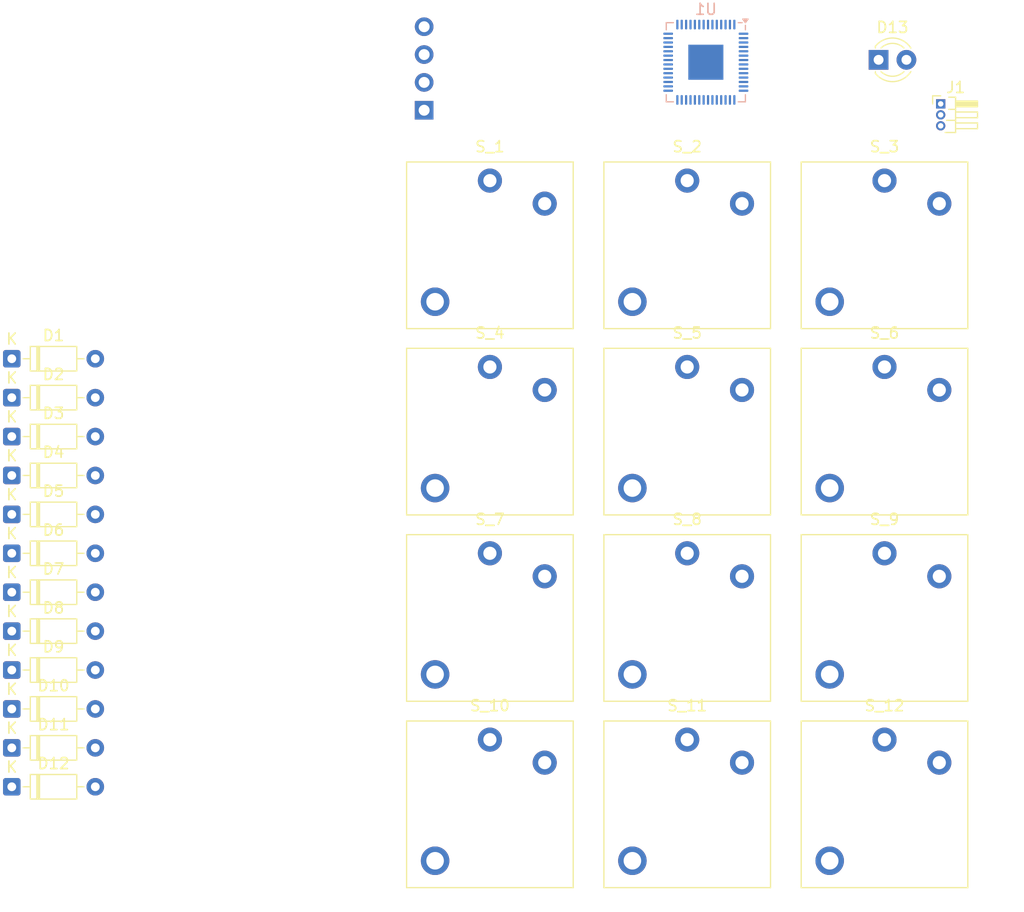
<source format=kicad_pcb>
(kicad_pcb (version 20241229) (generator "pcbnew") (generator_version "9.0")
  (layers (0 "F.Cu" signal) (2 "B.Cu" signal) (13 "F.Paste" user) (15 "B.Paste" user) (5 "F.SilkS" user "F.Silkscreen") (7 "B.SilkS" user "B.Silkscreen") (1 "F.Mask" user) (3 "B.Mask" user) (25 "Edge.Cuts" user))
  (net 0 "")
  (net 1 "Net-(D1-A)")
  (net 2 "GND")
  (net 3 "Row 0")
  (net 4 "Net-(D2-A)")
  (net 5 "Net-(D3-A)")
  (net 6 "Row 1")
  (net 7 "Net-(D4-A)")
  (net 8 "Net-(D5-A)")
  (net 9 "Row 2")
  (net 10 "Net-(D7-A)")
  (net 11 "Net-(D8-A)")
  (net 12 "Net-(D9-A)")
  (net 13 "Net-(D10-A)")
  (net 17 "Col 1")
  (net 18 "Col 2")
  (net 19 "Col 0")
  (net 20 "Net-(D6-A)")
  (net 21 "Net-(D11-A)")
  (net 22 "Row 3")
  (net 23 "Net-(D12-A)")
  (net 40 "USB_D+")
  (net 41 "USB_D-")
  (net 42 "Net-(U1-IOVDD-Pad1)")
  (net 44 "Net-(U1-DVDD-Pad23)")
  (footprint "Diode_THT:D_DO-35_SOD27_P7.62mm_Horizontal" (layer "F.Cu") (at 118.38 81.45)
    (property "Reference" "D5" (at 3.81 -2.12 0) (layer "F.SilkS"))
    (property "Value" "Diode")
    (fp_line (start 1.04 0) (end 1.69 0) (stroke (width 0.12)) (layer "F.SilkS"))
    (fp_line (start 2.29 -1.12) (end 2.29 1.12) (stroke (width 0.12)) (layer "F.SilkS"))
    (fp_line (start 2.41 -1.12) (end 2.41 1.12) (stroke (width 0.12)) (layer "F.SilkS"))
    (fp_line (start 2.53 -1.12) (end 2.53 1.12) (stroke (width 0.12)) (layer "F.SilkS"))
    (fp_line (start 6.58 0) (end 5.93 0) (stroke (width 0.12)) (layer "F.SilkS"))
    (fp_rect (start 1.69 -1.12) (end 5.93 1.12) (stroke (width 0.12)) (fill no) (layer "F.SilkS"))
    (fp_text user "K" (at 0 -1.8 0) (layer "F.SilkS"))
    (pad "1" thru_hole roundrect (at 0 0) (size 1.6 1.6) (drill 0.8) (layers "*.Cu" "*.Mask") (roundrect_rratio 0.15625) (net 6 "Row 1"))
    (pad "2" thru_hole circle (at 7.62 0) (size 1.6 1.6) (drill 0.8) (layers "*.Cu" "*.Mask") (net 8 "Net-(D5-A)"))
  )
  (footprint "ScottoKeebs_Choc:Choc_V2_1.00u" (layer "F.Cu") (at 162 107.9)
    (property "Reference" "S_10" (at 0 -9 0) (layer "F.SilkS"))
    (property "Value" "Keyswitch")
    (fp_line (start -7.6 -7.6) (end -7.6 7.6) (stroke (width 0.12)) (layer "F.SilkS"))
    (fp_line (start -7.6 7.6) (end 7.6 7.6) (stroke (width 0.12)) (layer "F.SilkS"))
    (fp_line (start 7.6 -7.6) (end -7.6 -7.6) (stroke (width 0.12)) (layer "F.SilkS"))
    (fp_line (start 7.6 7.6) (end 7.6 -7.6) (stroke (width 0.12)) (layer "F.SilkS"))
    (pad "" thru_hole circle (at -5 5.15) (size 2.6 2.6) (drill 1.6) (layers "*.Cu" "*.Mask"))
    (pad "" np_thru_hole circle (at 0 0) (size 5.05 5.05) (drill 5.05) (layers "*.Cu" "*.Mask"))
    (pad "1" thru_hole circle (at 0 -5.9) (size 2.2 2.2) (drill 1.2) (layers "*.Cu" "*.Mask") (net 19 "Col 0"))
    (pad "2" thru_hole circle (at 5 -3.8) (size 2.2 2.2) (drill 1.2) (layers "*.Cu" "*.Mask") (net 13 "Net-(D10-A)"))
  )
  (footprint "ScottoKeebs_Choc:Choc_V2_1.00u" (layer "F.Cu") (at 162 56.9)
    (property "Reference" "S_1" (at 0 -9 0) (layer "F.SilkS"))
    (property "Value" "Keyswitch")
    (fp_line (start -7.6 -7.6) (end -7.6 7.6) (stroke (width 0.12)) (layer "F.SilkS"))
    (fp_line (start -7.6 7.6) (end 7.6 7.6) (stroke (width 0.12)) (layer "F.SilkS"))
    (fp_line (start 7.6 -7.6) (end -7.6 -7.6) (stroke (width 0.12)) (layer "F.SilkS"))
    (fp_line (start 7.6 7.6) (end 7.6 -7.6) (stroke (width 0.12)) (layer "F.SilkS"))
    (pad "" thru_hole circle (at -5 5.15) (size 2.6 2.6) (drill 1.6) (layers "*.Cu" "*.Mask"))
    (pad "" np_thru_hole circle (at 0 0) (size 5.05 5.05) (drill 5.05) (layers "*.Cu" "*.Mask"))
    (pad "1" thru_hole circle (at 0 -5.9) (size 2.2 2.2) (drill 1.2) (layers "*.Cu" "*.Mask") (net 19 "Col 0"))
    (pad "2" thru_hole circle (at 5 -3.8) (size 2.2 2.2) (drill 1.2) (layers "*.Cu" "*.Mask") (net 1 "Net-(D1-A)"))
  )
  (footprint "Diode_THT:D_DO-35_SOD27_P7.62mm_Horizontal" (layer "F.Cu") (at 118.38 88.55)
    (property "Reference" "D7" (at 3.81 -2.12 0) (layer "F.SilkS"))
    (property "Value" "Diode")
    (fp_line (start 1.04 0) (end 1.69 0) (stroke (width 0.12)) (layer "F.SilkS"))
    (fp_line (start 2.29 -1.12) (end 2.29 1.12) (stroke (width 0.12)) (layer "F.SilkS"))
    (fp_line (start 2.41 -1.12) (end 2.41 1.12) (stroke (width 0.12)) (layer "F.SilkS"))
    (fp_line (start 2.53 -1.12) (end 2.53 1.12) (stroke (width 0.12)) (layer "F.SilkS"))
    (fp_line (start 6.58 0) (end 5.93 0) (stroke (width 0.12)) (layer "F.SilkS"))
    (fp_rect (start 1.69 -1.12) (end 5.93 1.12) (stroke (width 0.12)) (fill no) (layer "F.SilkS"))
    (fp_text user "K" (at 0 -1.8 0) (layer "F.SilkS"))
    (pad "1" thru_hole roundrect (at 0 0) (size 1.6 1.6) (drill 0.8) (layers "*.Cu" "*.Mask") (roundrect_rratio 0.15625) (net 9 "Row 2"))
    (pad "2" thru_hole circle (at 7.62 0) (size 1.6 1.6) (drill 0.8) (layers "*.Cu" "*.Mask") (net 10 "Net-(D7-A)"))
  )
  (footprint "ScottoKeebs_Components:OLED_128x32" (layer "F.Cu") (at 154.4 34.78)
    (property "Reference" "J3" (hide yes))
    (property "Value" "OLED_128x32")
    (pad "1" thru_hole rect (at 1.6 9.8 180) (size 1.7 1.7) (drill 1) (layers "*.Cu" "*.Mask"))
    (pad "2" thru_hole oval (at 1.6 7.26 180) (size 1.7 1.7) (drill 1) (layers "*.Cu" "*.Mask"))
    (pad "3" thru_hole oval (at 1.6 4.72 180) (size 1.7 1.7) (drill 1) (layers "*.Cu" "*.Mask"))
    (pad "4" thru_hole oval (at 1.6 2.18 180) (size 1.7 1.7) (drill 1) (layers "*.Cu" "*.Mask"))
  )
  (footprint "ScottoKeebs_Choc:Choc_V2_1.00u" (layer "F.Cu") (at 162 73.9)
    (property "Reference" "S_4" (at 0 -9 0) (layer "F.SilkS"))
    (property "Value" "Keyswitch")
    (fp_line (start -7.6 -7.6) (end -7.6 7.6) (stroke (width 0.12)) (layer "F.SilkS"))
    (fp_line (start -7.6 7.6) (end 7.6 7.6) (stroke (width 0.12)) (layer "F.SilkS"))
    (fp_line (start 7.6 -7.6) (end -7.6 -7.6) (stroke (width 0.12)) (layer "F.SilkS"))
    (fp_line (start 7.6 7.6) (end 7.6 -7.6) (stroke (width 0.12)) (layer "F.SilkS"))
    (pad "" thru_hole circle (at -5 5.15) (size 2.6 2.6) (drill 1.6) (layers "*.Cu" "*.Mask"))
    (pad "" np_thru_hole circle (at 0 0) (size 5.05 5.05) (drill 5.05) (layers "*.Cu" "*.Mask"))
    (pad "1" thru_hole circle (at 0 -5.9) (size 2.2 2.2) (drill 1.2) (layers "*.Cu" "*.Mask") (net 19 "Col 0"))
    (pad "2" thru_hole circle (at 5 -3.8) (size 2.2 2.2) (drill 1.2) (layers "*.Cu" "*.Mask") (net 7 "Net-(D4-A)"))
  )
  (footprint "ScottoKeebs_Choc:Choc_V2_1.00u" (layer "F.Cu") (at 180 73.9)
    (property "Reference" "S_5" (at 0 -9 0) (layer "F.SilkS"))
    (property "Value" "Keyswitch")
    (fp_line (start -7.6 -7.6) (end -7.6 7.6) (stroke (width 0.12)) (layer "F.SilkS"))
    (fp_line (start -7.6 7.6) (end 7.6 7.6) (stroke (width 0.12)) (layer "F.SilkS"))
    (fp_line (start 7.6 -7.6) (end -7.6 -7.6) (stroke (width 0.12)) (layer "F.SilkS"))
    (fp_line (start 7.6 7.6) (end 7.6 -7.6) (stroke (width 0.12)) (layer "F.SilkS"))
    (pad "" thru_hole circle (at -5 5.15) (size 2.6 2.6) (drill 1.6) (layers "*.Cu" "*.Mask"))
    (pad "" np_thru_hole circle (at 0 0) (size 5.05 5.05) (drill 5.05) (layers "*.Cu" "*.Mask"))
    (pad "1" thru_hole circle (at 0 -5.9) (size 2.2 2.2) (drill 1.2) (layers "*.Cu" "*.Mask") (net 17 "Col 1"))
    (pad "2" thru_hole circle (at 5 -3.8) (size 2.2 2.2) (drill 1.2) (layers "*.Cu" "*.Mask") (net 8 "Net-(D5-A)"))
  )
  (footprint "ScottoKeebs_Choc:Choc_V2_1.00u" (layer "F.Cu") (at 198 56.9)
    (property "Reference" "S_3" (at 0 -9 0) (layer "F.SilkS"))
    (property "Value" "Keyswitch")
    (fp_line (start -7.6 -7.6) (end -7.6 7.6) (stroke (width 0.12)) (layer "F.SilkS"))
    (fp_line (start -7.6 7.6) (end 7.6 7.6) (stroke (width 0.12)) (layer "F.SilkS"))
    (fp_line (start 7.6 -7.6) (end -7.6 -7.6) (stroke (width 0.12)) (layer "F.SilkS"))
    (fp_line (start 7.6 7.6) (end 7.6 -7.6) (stroke (width 0.12)) (layer "F.SilkS"))
    (pad "" thru_hole circle (at -5 5.15) (size 2.6 2.6) (drill 1.6) (layers "*.Cu" "*.Mask"))
    (pad "" np_thru_hole circle (at 0 0) (size 5.05 5.05) (drill 5.05) (layers "*.Cu" "*.Mask"))
    (pad "1" thru_hole circle (at 0 -5.9) (size 2.2 2.2) (drill 1.2) (layers "*.Cu" "*.Mask") (net 18 "Col 2"))
    (pad "2" thru_hole circle (at 5 -3.8) (size 2.2 2.2) (drill 1.2) (layers "*.Cu" "*.Mask") (net 5 "Net-(D3-A)"))
  )
  (footprint "ScottoKeebs_Choc:Choc_V2_1.00u" (layer "F.Cu") (at 180 56.9)
    (property "Reference" "S_2" (at 0 -9 0) (layer "F.SilkS"))
    (property "Value" "Keyswitch")
    (fp_line (start -7.6 -7.6) (end -7.6 7.6) (stroke (width 0.12)) (layer "F.SilkS"))
    (fp_line (start -7.6 7.6) (end 7.6 7.6) (stroke (width 0.12)) (layer "F.SilkS"))
    (fp_line (start 7.6 -7.6) (end -7.6 -7.6) (stroke (width 0.12)) (layer "F.SilkS"))
    (fp_line (start 7.6 7.6) (end 7.6 -7.6) (stroke (width 0.12)) (layer "F.SilkS"))
    (pad "" thru_hole circle (at -5 5.15) (size 2.6 2.6) (drill 1.6) (layers "*.Cu" "*.Mask"))
    (pad "" np_thru_hole circle (at 0 0) (size 5.05 5.05) (drill 5.05) (layers "*.Cu" "*.Mask"))
    (pad "1" thru_hole circle (at 0 -5.9) (size 2.2 2.2) (drill 1.2) (layers "*.Cu" "*.Mask") (net 17 "Col 1"))
    (pad "2" thru_hole circle (at 5 -3.8) (size 2.2 2.2) (drill 1.2) (layers "*.Cu" "*.Mask") (net 4 "Net-(D2-A)"))
  )
  (footprint "ScottoKeebs_Choc:Choc_V2_1.00u" (layer "F.Cu") (at 198 73.9)
    (property "Reference" "S_6" (at 0 -9 0) (layer "F.SilkS"))
    (property "Value" "Keyswitch")
    (fp_line (start -7.6 -7.6) (end -7.6 7.6) (stroke (width 0.12)) (layer "F.SilkS"))
    (fp_line (start -7.6 7.6) (end 7.6 7.6) (stroke (width 0.12)) (layer "F.SilkS"))
    (fp_line (start 7.6 -7.6) (end -7.6 -7.6) (stroke (width 0.12)) (layer "F.SilkS"))
    (fp_line (start 7.6 7.6) (end 7.6 -7.6) (stroke (width 0.12)) (layer "F.SilkS"))
    (pad "" thru_hole circle (at -5 5.15) (size 2.6 2.6) (drill 1.6) (layers "*.Cu" "*.Mask"))
    (pad "" np_thru_hole circle (at 0 0) (size 5.05 5.05) (drill 5.05) (layers "*.Cu" "*.Mask"))
    (pad "1" thru_hole circle (at 0 -5.9) (size 2.2 2.2) (drill 1.2) (layers "*.Cu" "*.Mask") (net 18 "Col 2"))
    (pad "2" thru_hole circle (at 5 -3.8) (size 2.2 2.2) (drill 1.2) (layers "*.Cu" "*.Mask") (net 20 "Net-(D6-A)"))
  )
  (footprint "ScottoKeebs_Choc:Choc_V2_1.00u" (layer "F.Cu") (at 180 90.9)
    (property "Reference" "S_8" (at 0 -9 0) (layer "F.SilkS"))
    (property "Value" "Keyswitch")
    (fp_line (start -7.6 -7.6) (end -7.6 7.6) (stroke (width 0.12)) (layer "F.SilkS"))
    (fp_line (start -7.6 7.6) (end 7.6 7.6) (stroke (width 0.12)) (layer "F.SilkS"))
    (fp_line (start 7.6 -7.6) (end -7.6 -7.6) (stroke (width 0.12)) (layer "F.SilkS"))
    (fp_line (start 7.6 7.6) (end 7.6 -7.6) (stroke (width 0.12)) (layer "F.SilkS"))
    (pad "" thru_hole circle (at -5 5.15) (size 2.6 2.6) (drill 1.6) (layers "*.Cu" "*.Mask"))
    (pad "" np_thru_hole circle (at 0 0) (size 5.05 5.05) (drill 5.05) (layers "*.Cu" "*.Mask"))
    (pad "1" thru_hole circle (at 0 -5.9) (size 2.2 2.2) (drill 1.2) (layers "*.Cu" "*.Mask") (net 17 "Col 1"))
    (pad "2" thru_hole circle (at 5 -3.8) (size 2.2 2.2) (drill 1.2) (layers "*.Cu" "*.Mask") (net 11 "Net-(D8-A)"))
  )
  (footprint "ScottoKeebs_Choc:Choc_V2_1.00u" (layer "F.Cu") (at 180 107.9)
    (property "Reference" "S_11" (at 0 -9 0) (layer "F.SilkS"))
    (property "Value" "Keyswitch")
    (fp_line (start -7.6 -7.6) (end -7.6 7.6) (stroke (width 0.12)) (layer "F.SilkS"))
    (fp_line (start -7.6 7.6) (end 7.6 7.6) (stroke (width 0.12)) (layer "F.SilkS"))
    (fp_line (start 7.6 -7.6) (end -7.6 -7.6) (stroke (width 0.12)) (layer "F.SilkS"))
    (fp_line (start 7.6 7.6) (end 7.6 -7.6) (stroke (width 0.12)) (layer "F.SilkS"))
    (pad "" thru_hole circle (at -5 5.15) (size 2.6 2.6) (drill 1.6) (layers "*.Cu" "*.Mask"))
    (pad "" np_thru_hole circle (at 0 0) (size 5.05 5.05) (drill 5.05) (layers "*.Cu" "*.Mask"))
    (pad "1" thru_hole circle (at 0 -5.9) (size 2.2 2.2) (drill 1.2) (layers "*.Cu" "*.Mask") (net 17 "Col 1"))
    (pad "2" thru_hole circle (at 5 -3.8) (size 2.2 2.2) (drill 1.2) (layers "*.Cu" "*.Mask") (net 21 "Net-(D11-A)"))
  )
  (footprint "Diode_THT:D_DO-35_SOD27_P7.62mm_Horizontal" (layer "F.Cu") (at 118.38 70.8)
    (property "Reference" "D2" (at 3.81 -2.12 0) (layer "F.SilkS"))
    (property "Value" "Diode")
    (fp_line (start 1.04 0) (end 1.69 0) (stroke (width 0.12)) (layer "F.SilkS"))
    (fp_line (start 2.29 -1.12) (end 2.29 1.12) (stroke (width 0.12)) (layer "F.SilkS"))
    (fp_line (start 2.41 -1.12) (end 2.41 1.12) (stroke (width 0.12)) (layer "F.SilkS"))
    (fp_line (start 2.53 -1.12) (end 2.53 1.12) (stroke (width 0.12)) (layer "F.SilkS"))
    (fp_line (start 6.58 0) (end 5.93 0) (stroke (width 0.12)) (layer "F.SilkS"))
    (fp_rect (start 1.69 -1.12) (end 5.93 1.12) (stroke (width 0.12)) (fill no) (layer "F.SilkS"))
    (fp_text user "K" (at 0 -1.8 0) (layer "F.SilkS"))
    (pad "1" thru_hole roundrect (at 0 0) (size 1.6 1.6) (drill 0.8) (layers "*.Cu" "*.Mask") (roundrect_rratio 0.15625) (net 3 "Row 0"))
    (pad "2" thru_hole circle (at 7.62 0) (size 1.6 1.6) (drill 0.8) (layers "*.Cu" "*.Mask") (net 4 "Net-(D2-A)"))
  )
  (footprint "LED_THT:LED_D3.0mm_IRBlack" (layer "F.Cu") (at 197.46 39.98)
    (property "Reference" "D13" (at 1.27 -2.96 0) (layer "F.SilkS"))
    (property "Value" "IR204A")
    (fp_line (start -0.29 -1.236) (end -0.29 -1.08) (stroke (width 0.12)) (layer "F.SilkS"))
    (fp_line (start -0.29 1.08) (end -0.29 1.236) (stroke (width 0.12)) (layer "F.SilkS"))
    (fp_arc (start -0.29 -1.235516) (mid 1.36566 -1.987699) (end 2.941437 -1.08) (stroke (width 0.12)) (layer "F.SilkS"))
    (fp_arc (start 0.229039 -1.08) (mid 1.27 -1.5) (end 2.310961 -1.08) (stroke (width 0.12)) (layer "F.SilkS"))
    (fp_arc (start 2.310961 1.08) (mid 1.27 1.5) (end 0.229039 1.08) (stroke (width 0.12)) (layer "F.SilkS"))
    (fp_arc (start 2.941437 1.08) (mid 1.36566 1.987699) (end -0.29 1.235516) (stroke (width 0.12)) (layer "F.SilkS"))
    (pad "1" thru_hole rect (at 0 0) (size 1.8 1.8) (drill 0.9) (layers "*.Cu" "*.Mask") (net 2 "GND"))
    (pad "2" thru_hole circle (at 2.54 0) (size 1.8 1.8) (drill 0.9) (layers "*.Cu" "*.Mask"))
  )
  (footprint "Diode_THT:D_DO-35_SOD27_P7.62mm_Horizontal" (layer "F.Cu") (at 118.38 67.25)
    (property "Reference" "D1" (at 3.81 -2.12 0) (layer "F.SilkS"))
    (property "Value" "Diode")
    (fp_line (start 1.04 0) (end 1.69 0) (stroke (width 0.12)) (layer "F.SilkS"))
    (fp_line (start 2.29 -1.12) (end 2.29 1.12) (stroke (width 0.12)) (layer "F.SilkS"))
    (fp_line (start 2.41 -1.12) (end 2.41 1.12) (stroke (width 0.12)) (layer "F.SilkS"))
    (fp_line (start 2.53 -1.12) (end 2.53 1.12) (stroke (width 0.12)) (layer "F.SilkS"))
    (fp_line (start 6.58 0) (end 5.93 0) (stroke (width 0.12)) (layer "F.SilkS"))
    (fp_rect (start 1.69 -1.12) (end 5.93 1.12) (stroke (width 0.12)) (fill no) (layer "F.SilkS"))
    (fp_text user "K" (at 0 -1.8 0) (layer "F.SilkS"))
    (pad "1" thru_hole roundrect (at 0 0) (size 1.6 1.6) (drill 0.8) (layers "*.Cu" "*.Mask") (roundrect_rratio 0.15625) (net 3 "Row 0"))
    (pad "2" thru_hole circle (at 7.62 0) (size 1.6 1.6) (drill 0.8) (layers "*.Cu" "*.Mask") (net 1 "Net-(D1-A)"))
  )
  (footprint "ScottoKeebs_Choc:Choc_V2_1.00u" (layer "F.Cu") (at 162 90.9)
    (property "Reference" "S_7" (at 0 -9 0) (layer "F.SilkS"))
    (property "Value" "Keyswitch")
    (fp_line (start -7.6 -7.6) (end -7.6 7.6) (stroke (width 0.12)) (layer "F.SilkS"))
    (fp_line (start -7.6 7.6) (end 7.6 7.6) (stroke (width 0.12)) (layer "F.SilkS"))
    (fp_line (start 7.6 -7.6) (end -7.6 -7.6) (stroke (width 0.12)) (layer "F.SilkS"))
    (fp_line (start 7.6 7.6) (end 7.6 -7.6) (stroke (width 0.12)) (layer "F.SilkS"))
    (pad "" thru_hole circle (at -5 5.15) (size 2.6 2.6) (drill 1.6) (layers "*.Cu" "*.Mask"))
    (pad "" np_thru_hole circle (at 0 0) (size 5.05 5.05) (drill 5.05) (layers "*.Cu" "*.Mask"))
    (pad "1" thru_hole circle (at 0 -5.9) (size 2.2 2.2) (drill 1.2) (layers "*.Cu" "*.Mask") (net 19 "Col 0"))
    (pad "2" thru_hole circle (at 5 -3.8) (size 2.2 2.2) (drill 1.2) (layers "*.Cu" "*.Mask") (net 10 "Net-(D7-A)"))
  )
  (footprint "Diode_THT:D_DO-35_SOD27_P7.62mm_Horizontal" (layer "F.Cu") (at 118.38 92.1)
    (property "Reference" "D8" (at 3.81 -2.12 0) (layer "F.SilkS"))
    (property "Value" "Diode")
    (fp_line (start 1.04 0) (end 1.69 0) (stroke (width 0.12)) (layer "F.SilkS"))
    (fp_line (start 2.29 -1.12) (end 2.29 1.12) (stroke (width 0.12)) (layer "F.SilkS"))
    (fp_line (start 2.41 -1.12) (end 2.41 1.12) (stroke (width 0.12)) (layer "F.SilkS"))
    (fp_line (start 2.53 -1.12) (end 2.53 1.12) (stroke (width 0.12)) (layer "F.SilkS"))
    (fp_line (start 6.58 0) (end 5.93 0) (stroke (width 0.12)) (layer "F.SilkS"))
    (fp_rect (start 1.69 -1.12) (end 5.93 1.12) (stroke (width 0.12)) (fill no) (layer "F.SilkS"))
    (fp_text user "K" (at 0 -1.8 0) (layer "F.SilkS"))
    (pad "1" thru_hole roundrect (at 0 0) (size 1.6 1.6) (drill 0.8) (layers "*.Cu" "*.Mask") (roundrect_rratio 0.15625) (net 9 "Row 2"))
    (pad "2" thru_hole circle (at 7.62 0) (size 1.6 1.6) (drill 0.8) (layers "*.Cu" "*.Mask") (net 11 "Net-(D8-A)"))
  )
  (footprint "ScottoKeebs_Choc:Choc_V2_1.00u" (layer "F.Cu") (at 198 107.9)
    (property "Reference" "S_12" (at 0 -9 0) (layer "F.SilkS"))
    (property "Value" "Keyswitch")
    (fp_line (start -7.6 -7.6) (end -7.6 7.6) (stroke (width 0.12)) (layer "F.SilkS"))
    (fp_line (start -7.6 7.6) (end 7.6 7.6) (stroke (width 0.12)) (layer "F.SilkS"))
    (fp_line (start 7.6 -7.6) (end -7.6 -7.6) (stroke (width 0.12)) (layer "F.SilkS"))
    (fp_line (start 7.6 7.6) (end 7.6 -7.6) (stroke (width 0.12)) (layer "F.SilkS"))
    (pad "" thru_hole circle (at -5 5.15) (size 2.6 2.6) (drill 1.6) (layers "*.Cu" "*.Mask"))
    (pad "" np_thru_hole circle (at 0 0) (size 5.05 5.05) (drill 5.05) (layers "*.Cu" "*.Mask"))
    (pad "1" thru_hole circle (at 0 -5.9) (size 2.2 2.2) (drill 1.2) (layers "*.Cu" "*.Mask") (net 18 "Col 2"))
    (pad "2" thru_hole circle (at 5 -3.8) (size 2.2 2.2) (drill 1.2) (layers "*.Cu" "*.Mask") (net 23 "Net-(D12-A)"))
  )
  (footprint "Connector_PinHeader_1.00mm:PinHeader_1x03_P1.00mm_Horizontal" (layer "F.Cu") (at 203.125 44)
    (property "Reference" "J1" (at 1.375 -1.5 0) (layer "F.SilkS"))
    (property "Value" "Conn_01x03_Pin")
    (fp_line (start -0.735 -0.735) (end 0 -0.735) (stroke (width 0.12)) (layer "F.SilkS"))
    (fp_line (start -0.735 0) (end -0.735 -0.735) (stroke (width 0.12)) (layer "F.SilkS"))
    (fp_line (start 0.538725 1.5) (end 1.36 1.5) (stroke (width 0.12)) (layer "F.SilkS"))
    (fp_line (start 0.735 -0.61) (end 1.36 -0.61) (stroke (width 0.12)) (layer "F.SilkS"))
    (fp_line (start 0.735 0.5) (end 1.36 0.5) (stroke (width 0.12)) (layer "F.SilkS"))
    (fp_line (start 1.36 -0.61) (end 1.36 2.61) (stroke (width 0.12)) (layer "F.SilkS"))
    (fp_line (start 1.36 0.74) (end 3.36 0.74) (stroke (width 0.12)) (layer "F.SilkS"))
    (fp_line (start 1.36 1.74) (end 3.36 1.74) (stroke (width 0.12)) (layer "F.SilkS"))
    (fp_line (start 1.36 2.61) (end 0.41003 2.61) (stroke (width 0.12)) (layer "F.SilkS"))
    (fp_line (start 3.36 0.74) (end 3.36 1.26) (stroke (width 0.12)) (layer "F.SilkS"))
    (fp_line (start 3.36 1.26) (end 1.36 1.26) (stroke (width 0.12)) (layer "F.SilkS"))
    (fp_line (start 3.36 1.74) (end 3.36 2.26) (stroke (width 0.12)) (layer "F.SilkS"))
    (fp_line (start 3.36 2.26) (end 1.36 2.26) (stroke (width 0.12)) (layer "F.SilkS"))
    (fp_rect (start 1.36 -0.26) (end 3.36 0.26) (stroke (width 0.12)) (fill yes) (layer "F.SilkS"))
    (pad "1" thru_hole rect (at 0 0) (size 0.85 0.85) (drill 0.5) (layers "*.Cu" "*.Mask"))
    (pad "2" thru_hole circle (at 0 1) (size 0.85 0.85) (drill 0.5) (layers "*.Cu" "*.Mask"))
    (pad "3" thru_hole circle (at 0 2) (size 0.85 0.85) (drill 0.5) (layers "*.Cu" "*.Mask"))
  )
  (footprint "ScottoKeebs_Choc:Choc_V2_1.00u" (layer "F.Cu") (at 198 90.9)
    (property "Reference" "S_9" (at 0 -9 0) (layer "F.SilkS"))
    (property "Value" "Keyswitch")
    (fp_line (start -7.6 -7.6) (end -7.6 7.6) (stroke (width 0.12)) (layer "F.SilkS"))
    (fp_line (start -7.6 7.6) (end 7.6 7.6) (stroke (width 0.12)) (layer "F.SilkS"))
    (fp_line (start 7.6 -7.6) (end -7.6 -7.6) (stroke (width 0.12)) (layer "F.SilkS"))
    (fp_line (start 7.6 7.6) (end 7.6 -7.6) (stroke (width 0.12)) (layer "F.SilkS"))
    (pad "" thru_hole circle (at -5 5.15) (size 2.6 2.6) (drill 1.6) (layers "*.Cu" "*.Mask"))
    (pad "" np_thru_hole circle (at 0 0) (size 5.05 5.05) (drill 5.05) (layers "*.Cu" "*.Mask"))
    (pad "1" thru_hole circle (at 0 -5.9) (size 2.2 2.2) (drill 1.2) (layers "*.Cu" "*.Mask") (net 18 "Col 2"))
    (pad "2" thru_hole circle (at 5 -3.8) (size 2.2 2.2) (drill 1.2) (layers "*.Cu" "*.Mask") (net 12 "Net-(D9-A)"))
  )
  (footprint "Diode_THT:D_DO-35_SOD27_P7.62mm_Horizontal" (layer "F.Cu") (at 118.38 102.75)
    (property "Reference" "D11" (at 3.81 -2.12 0) (layer "F.SilkS"))
    (property "Value" "Diode")
    (fp_line (start 1.04 0) (end 1.69 0) (stroke (width 0.12)) (layer "F.SilkS"))
    (fp_line (start 2.29 -1.12) (end 2.29 1.12) (stroke (width 0.12)) (layer "F.SilkS"))
    (fp_line (start 2.41 -1.12) (end 2.41 1.12) (stroke (width 0.12)) (layer "F.SilkS"))
    (fp_line (start 2.53 -1.12) (end 2.53 1.12) (stroke (width 0.12)) (layer "F.SilkS"))
    (fp_line (start 6.58 0) (end 5.93 0) (stroke (width 0.12)) (layer "F.SilkS"))
    (fp_rect (start 1.69 -1.12) (end 5.93 1.12) (stroke (width 0.12)) (fill no) (layer "F.SilkS"))
    (fp_text user "K" (at 0 -1.8 0) (layer "F.SilkS"))
    (pad "1" thru_hole roundrect (at 0 0) (size 1.6 1.6) (drill 0.8) (layers "*.Cu" "*.Mask") (roundrect_rratio 0.15625) (net 22 "Row 3"))
    (pad "2" thru_hole circle (at 7.62 0) (size 1.6 1.6) (drill 0.8) (layers "*.Cu" "*.Mask") (net 21 "Net-(D11-A)"))
  )
  (footprint "Diode_THT:D_DO-35_SOD27_P7.62mm_Horizontal" (layer "F.Cu") (at 118.38 95.65)
    (property "Reference" "D9" (at 3.81 -2.12 0) (layer "F.SilkS"))
    (property "Value" "Diode")
    (fp_line (start 1.04 0) (end 1.69 0) (stroke (width 0.12)) (layer "F.SilkS"))
    (fp_line (start 2.29 -1.12) (end 2.29 1.12) (stroke (width 0.12)) (layer "F.SilkS"))
    (fp_line (start 2.41 -1.12) (end 2.41 1.12) (stroke (width 0.12)) (layer "F.SilkS"))
    (fp_line (start 2.53 -1.12) (end 2.53 1.12) (stroke (width 0.12)) (layer "F.SilkS"))
    (fp_line (start 6.58 0) (end 5.93 0) (stroke (width 0.12)) (layer "F.SilkS"))
    (fp_rect (start 1.69 -1.12) (end 5.93 1.12) (stroke (width 0.12)) (fill no) (layer "F.SilkS"))
    (fp_text user "K" (at 0 -1.8 0) (layer "F.SilkS"))
    (pad "1" thru_hole roundrect (at 0 0) (size 1.6 1.6) (drill 0.8) (layers "*.Cu" "*.Mask") (roundrect_rratio 0.15625) (net 9 "Row 2"))
    (pad "2" thru_hole circle (at 7.62 0) (size 1.6 1.6) (drill 0.8) (layers "*.Cu" "*.Mask") (net 12 "Net-(D9-A)"))
  )
  (footprint "Diode_THT:D_DO-35_SOD27_P7.62mm_Horizontal" (layer "F.Cu") (at 118.38 85)
    (property "Reference" "D6" (at 3.81 -2.12 0) (layer "F.SilkS"))
    (property "Value" "Diode")
    (fp_line (start 1.04 0) (end 1.69 0) (stroke (width 0.12)) (layer "F.SilkS"))
    (fp_line (start 2.29 -1.12) (end 2.29 1.12) (stroke (width 0.12)) (layer "F.SilkS"))
    (fp_line (start 2.41 -1.12) (end 2.41 1.12) (stroke (width 0.12)) (layer "F.SilkS"))
    (fp_line (start 2.53 -1.12) (end 2.53 1.12) (stroke (width 0.12)) (layer "F.SilkS"))
    (fp_line (start 6.58 0) (end 5.93 0) (stroke (width 0.12)) (layer "F.SilkS"))
    (fp_rect (start 1.69 -1.12) (end 5.93 1.12) (stroke (width 0.12)) (fill no) (layer "F.SilkS"))
    (fp_text user "K" (at 0 -1.8 0) (layer "F.SilkS"))
    (pad "1" thru_hole roundrect (at 0 0) (size 1.6 1.6) (drill 0.8) (layers "*.Cu" "*.Mask") (roundrect_rratio 0.15625) (net 6 "Row 1"))
    (pad "2" thru_hole circle (at 7.62 0) (size 1.6 1.6) (drill 0.8) (layers "*.Cu" "*.Mask") (net 20 "Net-(D6-A)"))
  )
  (footprint "Diode_THT:D_DO-35_SOD27_P7.62mm_Horizontal" (layer "F.Cu") (at 118.38 77.9)
    (property "Reference" "D4" (at 3.81 -2.12 0) (layer "F.SilkS"))
    (property "Value" "Diode")
    (fp_line (start 1.04 0) (end 1.69 0) (stroke (width 0.12)) (layer "F.SilkS"))
    (fp_line (start 2.29 -1.12) (end 2.29 1.12) (stroke (width 0.12)) (layer "F.SilkS"))
    (fp_line (start 2.41 -1.12) (end 2.41 1.12) (stroke (width 0.12)) (layer "F.SilkS"))
    (fp_line (start 2.53 -1.12) (end 2.53 1.12) (stroke (width 0.12)) (layer "F.SilkS"))
    (fp_line (start 6.58 0) (end 5.93 0) (stroke (width 0.12)) (layer "F.SilkS"))
    (fp_rect (start 1.69 -1.12) (end 5.93 1.12) (stroke (width 0.12)) (fill no) (layer "F.SilkS"))
    (fp_text user "K" (at 0 -1.8 0) (layer "F.SilkS"))
    (pad "1" thru_hole roundrect (at 0 0) (size 1.6 1.6) (drill 0.8) (layers "*.Cu" "*.Mask") (roundrect_rratio 0.15625) (net 6 "Row 1"))
    (pad "2" thru_hole circle (at 7.62 0) (size 1.6 1.6) (drill 0.8) (layers "*.Cu" "*.Mask") (net 7 "Net-(D4-A)"))
  )
  (footprint "Diode_THT:D_DO-35_SOD27_P7.62mm_Horizontal" (layer "F.Cu") (at 118.38 106.3)
    (property "Reference" "D12" (at 3.81 -2.12 0) (layer "F.SilkS"))
    (property "Value" "Diode")
    (fp_line (start 1.04 0) (end 1.69 0) (stroke (width 0.12)) (layer "F.SilkS"))
    (fp_line (start 2.29 -1.12) (end 2.29 1.12) (stroke (width 0.12)) (layer "F.SilkS"))
    (fp_line (start 2.41 -1.12) (end 2.41 1.12) (stroke (width 0.12)) (layer "F.SilkS"))
    (fp_line (start 2.53 -1.12) (end 2.53 1.12) (stroke (width 0.12)) (layer "F.SilkS"))
    (fp_line (start 6.58 0) (end 5.93 0) (stroke (width 0.12)) (layer "F.SilkS"))
    (fp_rect (start 1.69 -1.12) (end 5.93 1.12) (stroke (width 0.12)) (fill no) (layer "F.SilkS"))
    (fp_text user "K" (at 0 -1.8 0) (layer "F.SilkS"))
    (pad "1" thru_hole roundrect (at 0 0) (size 1.6 1.6) (drill 0.8) (layers "*.Cu" "*.Mask") (roundrect_rratio 0.15625) (net 22 "Row 3"))
    (pad "2" thru_hole circle (at 7.62 0) (size 1.6 1.6) (drill 0.8) (layers "*.Cu" "*.Mask") (net 23 "Net-(D12-A)"))
  )
  (footprint "Diode_THT:D_DO-35_SOD27_P7.62mm_Horizontal" (layer "F.Cu") (at 118.38 74.35)
    (property "Reference" "D3" (at 3.81 -2.12 0) (layer "F.SilkS"))
    (property "Value" "Diode")
    (fp_line (start 1.04 0) (end 1.69 0) (stroke (width 0.12)) (layer "F.SilkS"))
    (fp_line (start 2.29 -1.12) (end 2.29 1.12) (stroke (width 0.12)) (layer "F.SilkS"))
    (fp_line (start 2.41 -1.12) (end 2.41 1.12) (stroke (width 0.12)) (layer "F.SilkS"))
    (fp_line (start 2.53 -1.12) (end 2.53 1.12) (stroke (width 0.12)) (layer "F.SilkS"))
    (fp_line (start 6.58 0) (end 5.93 0) (stroke (width 0.12)) (layer "F.SilkS"))
    (fp_rect (start 1.69 -1.12) (end 5.93 1.12) (stroke (width 0.12)) (fill no) (layer "F.SilkS"))
    (fp_text user "K" (at 0 -1.8 0) (layer "F.SilkS"))
    (pad "1" thru_hole roundrect (at 0 0) (size 1.6 1.6) (drill 0.8) (layers "*.Cu" "*.Mask") (roundrect_rratio 0.15625) (net 3 "Row 0"))
    (pad "2" thru_hole circle (at 7.62 0) (size 1.6 1.6) (drill 0.8) (layers "*.Cu" "*.Mask") (net 5 "Net-(D3-A)"))
  )
  (footprint "Diode_THT:D_DO-35_SOD27_P7.62mm_Horizontal" (layer "F.Cu") (at 118.38 99.2)
    (property "Reference" "D10" (at 3.81 -2.12 0) (layer "F.SilkS"))
    (property "Value" "Diode")
    (fp_line (start 1.04 0) (end 1.69 0) (stroke (width 0.12)) (layer "F.SilkS"))
    (fp_line (start 2.29 -1.12) (end 2.29 1.12) (stroke (width 0.12)) (layer "F.SilkS"))
    (fp_line (start 2.41 -1.12) (end 2.41 1.12) (stroke (width 0.12)) (layer "F.SilkS"))
    (fp_line (start 2.53 -1.12) (end 2.53 1.12) (stroke (width 0.12)) (layer "F.SilkS"))
    (fp_line (start 6.58 0) (end 5.93 0) (stroke (width 0.12)) (layer "F.SilkS"))
    (fp_rect (start 1.69 -1.12) (end 5.93 1.12) (stroke (width 0.12)) (fill no) (layer "F.SilkS"))
    (fp_text user "K" (at 0 -1.8 0) (layer "F.SilkS"))
    (pad "1" thru_hole roundrect (at 0 0) (size 1.6 1.6) (drill 0.8) (layers "*.Cu" "*.Mask") (roundrect_rratio 0.15625) (net 22 "Row 3"))
    (pad "2" thru_hole circle (at 7.62 0) (size 1.6 1.6) (drill 0.8) (layers "*.Cu" "*.Mask") (net 13 "Net-(D10-A)"))
  )
  (footprint "Package_DFN_QFN:QFN-56-1EP_7x7mm_P0.4mm_EP3.2x3.2mm" (layer "B.Cu") (at 181.7 40.2 180)
    (property "Reference" "U1" (at 0 4.83 0) (layer "B.SilkS") (effects (justify mirror)))
    (property "Value" "RP2040")
    (fp_line (start 3.61 3.61) (end 3.61 2.96) (stroke (width 0.12)) (layer "B.SilkS"))
    (fp_line (start 3.61 -3.61) (end 3.61 -2.96) (stroke (width 0.12)) (layer "B.SilkS"))
    (fp_line (start 2.96 3.61) (end 3.61 3.61) (stroke (width 0.12)) (layer "B.SilkS"))
    (fp_line (start 2.96 -3.61) (end 3.61 -3.61) (stroke (width 0.12)) (layer "B.SilkS"))
    (fp_line (start -2.96 3.61) (end -3.31 3.61) (stroke (width 0.12)) (layer "B.SilkS"))
    (fp_line (start -2.96 -3.61) (end -3.61 -3.61) (stroke (width 0.12)) (layer "B.SilkS"))
    (fp_line (start -3.61 2.96) (end -3.61 3.37) (stroke (width 0.12)) (layer "B.SilkS"))
    (fp_line (start -3.61 -3.61) (end -3.61 -2.96) (stroke (width 0.12)) (layer "B.SilkS"))
    (fp_poly (pts (xy -3.61 3.61) (xy -3.85 3.94) (xy -3.37 3.94)) (stroke (width 0.12)) (fill yes) (layer "B.SilkS"))
    (pad "1" smd roundrect (at -3.4375 2.6 180) (size 0.875 0.2) (layers "B.Cu" "B.Mask" "B.Paste") (net 42 "Net-(U1-IOVDD-Pad1)"))
    (pad "2" smd roundrect (at -3.4375 2.2 180) (size 0.875 0.2) (layers "B.Cu" "B.Mask" "B.Paste"))
    (pad "3" smd roundrect (at -3.4375 1.8 180) (size 0.875 0.2) (layers "B.Cu" "B.Mask" "B.Paste"))
    (pad "4" smd roundrect (at -3.4375 1.4 180) (size 0.875 0.2) (layers "B.Cu" "B.Mask" "B.Paste"))
    (pad "5" smd roundrect (at -3.4375 1 180) (size 0.875 0.2) (layers "B.Cu" "B.Mask" "B.Paste"))
    (pad "6" smd roundrect (at -3.4375 0.6 180) (size 0.875 0.2) (layers "B.Cu" "B.Mask" "B.Paste"))
    (pad "7" smd roundrect (at -3.4375 0.2 180) (size 0.875 0.2) (layers "B.Cu" "B.Mask" "B.Paste"))
    (pad "8" smd roundrect (at -3.4375 -0.2 180) (size 0.875 0.2) (layers "B.Cu" "B.Mask" "B.Paste"))
    (pad "9" smd roundrect (at -3.4375 -0.6 180) (size 0.875 0.2) (layers "B.Cu" "B.Mask" "B.Paste"))
    (pad "10" smd roundrect (at -3.4375 -1 180) (size 0.875 0.2) (layers "B.Cu" "B.Mask" "B.Paste") (net 42 "Net-(U1-IOVDD-Pad1)"))
    (pad "11" smd roundrect (at -3.4375 -1.4 180) (size 0.875 0.2) (layers "B.Cu" "B.Mask" "B.Paste"))
    (pad "12" smd roundrect (at -3.4375 -1.8 180) (size 0.875 0.2) (layers "B.Cu" "B.Mask" "B.Paste"))
    (pad "13" smd roundrect (at -3.4375 -2.2 180) (size 0.875 0.2) (layers "B.Cu" "B.Mask" "B.Paste"))
    (pad "14" smd roundrect (at -3.4375 -2.6 180) (size 0.875 0.2) (layers "B.Cu" "B.Mask" "B.Paste"))
    (pad "15" smd roundrect (at -2.6 -3.4375 180) (size 0.2 0.875) (layers "B.Cu" "B.Mask" "B.Paste"))
    (pad "16" smd roundrect (at -2.2 -3.4375 180) (size 0.2 0.875) (layers "B.Cu" "B.Mask" "B.Paste"))
    (pad "17" smd roundrect (at -1.8 -3.4375 180) (size 0.2 0.875) (layers "B.Cu" "B.Mask" "B.Paste"))
    (pad "18" smd roundrect (at -1.4 -3.4375 180) (size 0.2 0.875) (layers "B.Cu" "B.Mask" "B.Paste"))
    (pad "19" smd roundrect (at -1 -3.4375 180) (size 0.2 0.875) (layers "B.Cu" "B.Mask" "B.Paste"))
    (pad "20" smd roundrect (at -0.6 -3.4375 180) (size 0.2 0.875) (layers "B.Cu" "B.Mask" "B.Paste"))
    (pad "21" smd roundrect (at -0.2 -3.4375 180) (size 0.2 0.875) (layers "B.Cu" "B.Mask" "B.Paste"))
    (pad "22" smd roundrect (at 0.2 -3.4375 180) (size 0.2 0.875) (layers "B.Cu" "B.Mask" "B.Paste") (net 42 "Net-(U1-IOVDD-Pad1)"))
    (pad "23" smd roundrect (at 0.6 -3.4375 180) (size 0.2 0.875) (layers "B.Cu" "B.Mask" "B.Paste") (net 44 "Net-(U1-DVDD-Pad23)"))
    (pad "24" smd roundrect (at 1 -3.4375 180) (size 0.2 0.875) (layers "B.Cu" "B.Mask" "B.Paste"))
    (pad "25" smd roundrect (at 1.4 -3.4375 180) (size 0.2 0.875) (layers "B.Cu" "B.Mask" "B.Paste"))
    (pad "26" smd roundrect (at 1.8 -3.4375 180) (size 0.2 0.875) (layers "B.Cu" "B.Mask" "B.Paste"))
    (pad "27" smd roundrect (at 2.2 -3.4375 180) (size 0.2 0.875) (layers "B.Cu" "B.Mask" "B.Paste"))
    (pad "28" smd roundrect (at 2.6 -3.4375 180) (size 0.2 0.875) (layers "B.Cu" "B.Mask" "B.Paste"))
    (pad "29" smd roundrect (at 3.4375 -2.6 180) (size 0.875 0.2) (layers "B.Cu" "B.Mask" "B.Paste"))
    (pad "30" smd roundrect (at 3.4375 -2.2 180) (size 0.875 0.2) (layers "B.Cu" "B.Mask" "B.Paste"))
    (pad "31" smd roundrect (at 3.4375 -1.8 180) (size 0.875 0.2) (layers "B.Cu" "B.Mask" "B.Paste"))
    (pad "32" smd roundrect (at 3.4375 -1.4 180) (size 0.875 0.2) (layers "B.Cu" "B.Mask" "B.Paste"))
    (pad "33" smd roundrect (at 3.4375 -1 180) (size 0.875 0.2) (layers "B.Cu" "B.Mask" "B.Paste") (net 42 "Net-(U1-IOVDD-Pad1)"))
    (pad "34" smd roundrect (at 3.4375 -0.6 180) (size 0.875 0.2) (layers "B.Cu" "B.Mask" "B.Paste"))
    (pad "35" smd roundrect (at 3.4375 -0.2 180) (size 0.875 0.2) (layers "B.Cu" "B.Mask" "B.Paste"))
    (pad "36" smd roundrect (at 3.4375 0.2 180) (size 0.875 0.2) (layers "B.Cu" "B.Mask" "B.Paste"))
    (pad "37" smd roundrect (at 3.4375 0.6 180) (size 0.875 0.2) (layers "B.Cu" "B.Mask" "B.Paste"))
    (pad "38" smd roundrect (at 3.4375 1 180) (size 0.875 0.2) (layers "B.Cu" "B.Mask" "B.Paste"))
    (pad "39" smd roundrect (at 3.4375 1.4 180) (size 0.875 0.2) (layers "B.Cu" "B.Mask" "B.Paste"))
    (pad "40" smd roundrect (at 3.4375 1.8 180) (size 0.875 0.2) (layers "B.Cu" "B.Mask" "B.Paste"))
    (pad "41" smd roundrect (at 3.4375 2.2 180) (size 0.875 0.2) (layers "B.Cu" "B.Mask" "B.Paste"))
    (pad "42" smd roundrect (at 3.4375 2.6 180) (size 0.875 0.2) (layers "B.Cu" "B.Mask" "B.Paste") (net 42 "Net-(U1-IOVDD-Pad1)"))
    (pad "43" smd roundrect (at 2.6 3.4375 180) (size 0.2 0.875) (layers "B.Cu" "B.Mask" "B.Paste"))
    (pad "44" smd roundrect (at 2.2 3.4375 180) (size 0.2 0.875) (layers "B.Cu" "B.Mask" "B.Paste"))
    (pad "45" smd roundrect (at 1.8 3.4375 180) (size 0.2 0.875) (layers "B.Cu" "B.Mask" "B.Paste"))
    (pad "46" smd roundrect (at 1.4 3.4375 180) (size 0.2 0.875) (layers "B.Cu" "B.Mask" "B.Paste") (net 41 "USB_D-"))
    (pad "47" smd roundrect (at 1 3.4375 180) (size 0.2 0.875) (layers "B.Cu" "B.Mask" "B.Paste") (net 40 "USB_D+"))
    (pad "48" smd roundrect (at 0.6 3.4375 180) (size 0.2 0.875) (layers "B.Cu" "B.Mask" "B.Paste"))
    (pad "49" smd roundrect (at 0.2 3.4375 180) (size 0.2 0.875) (layers "B.Cu" "B.Mask" "B.Paste") (net 42 "Net-(U1-IOVDD-Pad1)"))
    (pad "50" smd roundrect (at -0.2 3.4375 180) (size 0.2 0.875) (layers "B.Cu" "B.Mask" "B.Paste") (net 44 "Net-(U1-DVDD-Pad23)"))
    (pad "51" smd roundrect (at -0.6 3.4375 180) (size 0.2 0.875) (layers "B.Cu" "B.Mask" "B.Paste"))
    (pad "52" smd roundrect (at -1 3.4375 180) (size 0.2 0.875) (layers "B.Cu" "B.Mask" "B.Paste"))
    (pad "53" smd roundrect (at -1.4 3.4375 180) (size 0.2 0.875) (layers "B.Cu" "B.Mask" "B.Paste"))
    (pad "54" smd roundrect (at -1.8 3.4375 180) (size 0.2 0.875) (layers "B.Cu" "B.Mask" "B.Paste"))
    (pad "55" smd roundrect (at -2.2 3.4375 180) (size 0.2 0.875) (layers "B.Cu" "B.Mask" "B.Paste"))
    (pad "56" smd roundrect (at -2.6 3.4375 180) (size 0.2 0.875) (layers "B.Cu" "B.Mask" "B.Paste"))
    (pad "57" smd rect (at 0 0 180) (size 3.2 3.2) (property pad_prop_heatsink) (layers "B.Cu" "B.Mask") (net 2 "GND"))
  )
)
</source>
